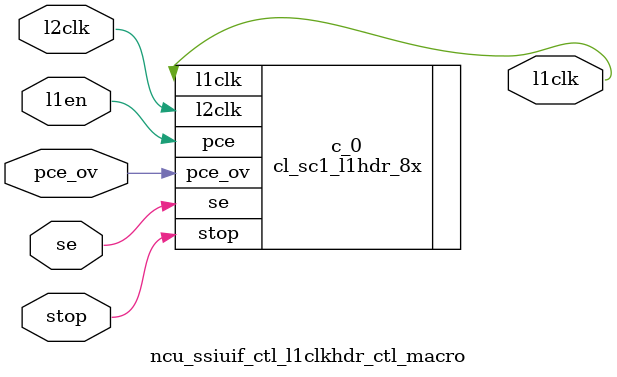
<source format=v>
`define RF_RDEN_OFFSTATE            1'b1

`define NCU_INTMANRF_DEPTH         128
`define NCU_INTMANRF_DATAWIDTH      16
`define NCU_INTMANRF_ADDRWIDTH       7
//====================================

//====================================
`define NCU_MONDORF_DEPTH           64
`define NCU_MONDORF_DATAWIDTH       72
`define NCU_MONDORF_ADDRWIDTH        6
//====================================

//====================================
`define NCU_CPUBUFRF_DEPTH          32
`define NCU_CPUBUFRF_DATAWIDTH     144
`define NCU_CPUBUFRF_ADDRWIDTH       5
//====================================

//====================================
`define NCU_IOBUFRF_DEPTH          32
`define NCU_IOBUFRF_DATAWIDTH     144
`define NCU_IOBUFRF_ADDRWIDTH       5
//====================================

//====================================
`define NCU_IOBUF1RF_DEPTH          32
`define NCU_IOBUF1RF_DATAWIDTH      32
`define NCU_IOBUF1RF_ADDRWIDTH       5
//====================================

//====================================
`define NCU_INTBUFRF_DEPTH          32
`define NCU_INTBUFRF_DATAWIDTH     144
`define NCU_INTBUFRF_ADDRWIDTH       5
//====================================

//== fix me : need to remove when warm //
//== becomes available //
`define WMR_LENGTH		10'd999
`define WMR_LENGTH_P1		10'd1000

//// NCU CSR_MAN address   80_0000_xxxx ////
`define NCU_CSR_MAN			16'h0000
`define NCU_CREG_INTMAN			16'h0000
//`define NCU_CREG_INTVECDISP		16'h0800
`define NCU_CREG_MONDOINVEC		16'h0a00
`define NCU_CREG_SERNUM			16'h1000
`define NCU_CREG_FUSESTAT		16'h1008
`define NCU_CREG_COREAVAIL		16'h1010
`define NCU_CREG_BANKAVAIL		16'h1018
`define NCU_CREG_BANK_ENABLE		16'h1020
`define NCU_CREG_BANK_ENABLE_STATUS 	16'h1028
`define NCU_CREG_L2_HASH_ENABLE		16'h1030
`define NCU_CREG_L2_HASH_ENABLE_STATUS	16'h1038


`define NCU_CREG_MEM32_BASE	16'h2000
`define NCU_CREG_MEM32_MASK	16'h2008
`define NCU_CREG_MEM64_BASE	16'h2010
`define NCU_CREG_MEM64_MASK	16'h2018
`define NCU_CREG_IOCON_BASE	16'h2020
`define NCU_CREG_IOCON_MASK	16'h2028
`define NCU_CREG_MMUFSH		16'h2030

`define NCU_CREG_ESR		16'h3000
`define NCU_CREG_ELE		16'h3008
`define NCU_CREG_EIE		16'h3010
`define NCU_CREG_EJR		16'h3018
`define NCU_CREG_FEE		16'h3020
`define NCU_CREG_PER		16'h3028
`define NCU_CREG_SIISYN		16'h3030
`define NCU_CREG_NCUSYN		16'h3038
`define NCU_CREG_SCKSEL         16'h3040
`define NCU_CREG_DBGTRIG_EN     16'h4000

//// NUC CSR_MONDO address 80_0004_xxxx ////
`define NCU_CSR_MONDO		16'h0004
`define NCU_CREG_MDATA0  	16'h0000 
`define NCU_CREG_MDATA1  	16'h0200 
`define NCU_CREG_MDATA0_ALIAS	16'h0400 
`define NCU_CREG_MDATA1_ALIAS	16'h0600 
`define NCU_CREG_MBUSY		16'h0800 
`define NCU_CREG_MBUSY_ALIAS	16'h0a00 



// ASI shared reg 90_xxxx_xxxx//
`define NCU_ASI_A_HIT			10'h104 // 6-bits cpuid and thread id are "x"
`define NCU_ASI_B_HIT			10'h1CC // 6-bits cpuid and thread id are "x"
`define NCU_ASI_C_HIT			10'h114	// 6-bits cpuid and thread id are "x"
`define NCU_ASI_COREAVAIL		16'h0000
`define NCU_ASI_CORE_ENABLE_STATUS	16'h0010
`define NCU_ASI_CORE_ENABLE		16'h0020
`define NCU_ASI_XIR_STEERING		16'h0030
`define NCU_ASI_CORE_RUNNINGRW		16'h0050
`define NCU_ASI_CORE_RUNNING_STATUS	16'h0058
`define NCU_ASI_CORE_RUNNING_W1S	16'h0060
`define NCU_ASI_CORE_RUNNING_W1C	16'h0068
`define NCU_ASI_INTVECDISP		16'h0000
`define NCU_ASI_ERR_STR                 16'h1000
`define NCU_ASI_WMR_VEC_MASK            16'h0018
`define NCU_ASI_CMP_TICK_ENABLE		16'h0038


//// UCB packet type ////
`define UCB_READ_NACK	4'b0000    // ack/nack types
`define UCB_READ_ACK	4'b0001
`define UCB_WRITE_ACK	4'b0010
`define UCB_IFILL_ACK	4'b0011
`define UCB_IFILL_NACK	4'b0111

`define UCB_READ_REQ	4'b0100    // req types
`define UCB_WRITE_REQ	4'b0101
`define UCB_IFILL_REQ	4'b0110

`define UCB_INT		4'b1000    // plain interrupt
`define UCB_INT_VEC	4'b1100    // interrupt with vector
`define UCB_INT_SOC_UE	4'b1001    // soc interrup ue
`define UCB_INT_SOC_CE  4'b1010    // soc interrup ce
`define UCB_RESET_VEC	4'b0101    // reset with vector
`define UCB_IDLE_VEC	4'b1110    // idle with vector
`define UCB_RESUME_VEC	4'b1111    // resume with vector

`define UCB_INT_SOC 	4'b1101    // soc interrup ce


//// PCX packet type ////
`define	PCX_LOAD_RQ	5'b00000
`define	PCX_IMISS_RQ	5'b10000
`define	PCX_STORE_RQ	5'b00001
`define PCX_FWD_RQs	5'b01101
`define PCX_FWD_RPYs	5'b01110

//// CPX packet type ////
//`define CPX_LOAD_RET	4'b0000
`define CPX_LOAD_RET	4'b1000
`define CPX_ST_ACK	4'b0100
//`define CPX_IFILL_RET	4'b0001
`define CPX_IFILL_RET	4'b1001
`define CPX_INT_RET	4'b0111
`define CPX_INT_SOC	4'b1101
//`define CPX_FWD_RQ_RET	4'b1010
//`define CPX_FWD_RPY_RET	4'b1011




//// Global CSR decode ////
`define NCU_CSR		8'h80
`define NIU_CSR		8'h81
//`define RNG_CSR		8'h82
`define DBG1_CSR               8'h86
`define CCU_CSR		8'h83
`define MCU_CSR		8'h84
`define TCU_CSR		8'h85
`define DMU_CSR		8'h88
`define RCU_CSR		8'h89
`define NCU_ASI		8'h90
			/////8'h91 ~ 9F reserved
			/////8'hA0 ~ BF L2 CSR////
`define DMU_PIO		4'hC   // C0 ~ CF
			/////8'hB0 ~ FE reserved
`define SSI_CSR		8'hFF


//// NCU_SSI ////
`define SSI_ADDR 	 	12'hFF_F
`define SSI_ADDR_TIMEOUT_REG	40'hFF_0001_0088
`define SSI_ADDR_LOG_REG	40'hFF_0000_0018

`define IF_IDLE 2'b00
`define IF_ACPT 2'b01
`define IF_DROP 2'b10

`define SSI_IDLE     3'b000
`define	SSI_REQ      3'b001
`define	SSI_WDATA    3'b011
`define	SSI_REQ_PAR  3'b101
`define	SSI_ACK      3'b111
`define	SSI_RDATA    3'b110
`define	SSI_ACK_PAR  3'b010









module ncu_ssiuif_ctl (
  iol2clk, 
  tcu_pce_ov, 
  tcu_clk_stop, 
  tcu_scan_en, 
  tcu_aclk, 
  tcu_bclk, 
  scan_in, 
  scan_out, 
  io_jbi_ext_int_l, 
  ucb_ucbif_rd_req_vld, 
  ucb_ucbif_ifill_req_vld, 
  ucb_ucbif_wr_req_vld, 
  ucb_ucbif_thr_id_in, 
  ucb_ucbif_buf_id_in, 
  ucb_ucbif_size_in, 
  ucb_ucbif_addr_in, 
  ucb_ucbif_data_in, 
  ucb_ucbif_ack_busy, 
  ucb_ucbif_int_busy, 
  ucbif_ucb_req_acpted, 
  ucbif_ucb_rd_ack_vld, 
  ucbif_ucb_rd_nack_vld, 
  ucbif_ucb_ifill_ack_vld, 
  ucbif_ucb_ifill_nack_vld, 
  ucbif_ucb_thr_id_out, 
  ucbif_ucb_buf_id_out, 
  ucbif_ucb_data_out, 
  ucbif_ucb_int_vld, 
  ucbif_ucb_int_type, 
  ucbif_ucb_dev_id, 
  sif_ucbif_busy, 
  ucbif_sif_vld, 
  ucbif_sif_rw, 
  ucbif_sif_size, 
  ucbif_sif_addr, 
  ucbif_sif_wdata, 
  sif_ucbif_rdata, 
  sif_ucbif_rdata_vld, 
  ucbif_sif_rdata_accpt, 
  ucbif_sif_timeout_accpt, 
  sif_ucbif_timeout, 
  sif_ucbif_timeout_rw, 
  sif_ucbif_par_err, 
  ucbif_sif_timeval) ;
wire timeout_reg_en;
wire [1:0] if_sm;
wire timeout_reg_addr_match;
wire [24:0] next_timeout_reg;
wire toreg_ld1_n;
wire [24:0] timeout_reg;
wire [23:0] timeout_timeval;
wire timeout_erren;
wire ssi_addr_match;
wire ifill_en;
wire next_ifill;
wire log_reg_addr_match;
wire [1:0] log_reg;
wire log_parity_reg;
wire log_tout_reg;
wire log_reg_en;
wire log_par_err;
wire log_timeout;
wire ack_vld;
wire ifill;
wire next_ucbif_sif_rdata_accpt;
wire next_ucbif_sif_timeout_accpt;
wire [5:0] next_ucbif_ucb_thr_id_out;
wire [1:0] next_ucbif_ucb_buf_id_out;
wire ucbif_ucb_thr_id_out_en;
wire ucbif_ucb_buf_id_out_en;
wire err_int_rst_l;
wire err_int_accpt;
wire next_err_int;
wire err_int;
wire ext_int_l_negedge_rst_l;
wire ext_int_accpt;
wire next_ext_int_l_negedge;
wire ext_int_l;
wire ext_int_l_d1;
wire ext_int_l_d2;
wire ext_int_l_d3;
wire ext_int_l_d4;
wire ext_int_l_d5;
wire ext_int_l_d6;
wire ext_int_l_d7;
wire ext_int_l_negedge;
wire u_dff_io_jbi_ext_int_l_pre_sync_scanin;
wire u_dff_io_jbi_ext_int_l_pre_sync_scanout;
wire io_jbi_ext_int_l_pre_sync;
wire l1clk;
wire u_dff_io_jbi_ext_int_l_sync_scanin;
wire u_dff_io_jbi_ext_int_l_sync_scanout;
wire io_jbi_ext_int_l_sync;
wire u_dff_timeout_reg_scanin;
wire u_dff_timeout_reg_scanout;
wire u_dff_log_parity_reg_scanin;
wire u_dff_log_parity_reg_scanout;
wire u_dff_log_tout_reg_scanin;
wire u_dff_log_tout_reg_scanout;
wire u_dff_ext_int_l_scanin;
wire u_dff_ext_int_l_scanout;
wire u_dff_ext_int_l_d1_scanin;
wire u_dff_ext_int_l_d1_scanout;
wire u_dff_ext_int_l_d2_scanin;
wire u_dff_ext_int_l_d2_scanout;
wire u_dff_ext_int_l_d3_scanin;
wire u_dff_ext_int_l_d3_scanout;
wire u_dff_ext_int_l_d4_scanin;
wire u_dff_ext_int_l_d4_scanout;
wire u_dff_ext_int_l_d5_scanin;
wire u_dff_ext_int_l_d5_scanout;
wire u_dff_ext_int_l_d6_scanin;
wire u_dff_ext_int_l_d6_scanout;
wire u_dff_ext_int_l_d7_scanin;
wire u_dff_ext_int_l_d7_scanout;
wire u_dffrl_if_sm_scanin;
wire u_dffrl_if_sm_scanout;
wire u_dffrl_ucbif_sif_rdata_accpt_scanin;
wire u_dffrl_ucbif_sif_rdata_accpt_scanout;
wire u_dffrl_ucbif_sif_timeout_accpt_scanin;
wire u_dffrl_ucbif_sif_timeout_accpt_scanout;
wire n_err_int;
wire u_dffrl_err_int_scanin;
wire u_dffrl_err_int_scanout;
wire n_ext_int_l_negedge;
wire u_dffrl_ext_int_l_negedge_scanin;
wire u_dffrl_ext_int_l_negedge_scanout;
wire toreg_ld0_ff_scanin;
wire toreg_ld0_ff_scanout;
wire toreg_ld0_;
wire toreg_ld1_ff_scanin;
wire toreg_ld1_ff_scanout;
wire u_dffrle_ifill_scanin;
wire u_dffrle_ifill_scanout;
wire u_dffrle_ucbif_ucb_thr_id_out_scanin;
wire u_dffrle_ucbif_ucb_thr_id_out_scanout;
wire u_dffrle_ucbif_ucb_buf_id_out_scanin;
wire u_dffrle_ucbif_ucb_buf_id_out_scanout;
wire siclk;
wire soclk;
wire se;
wire pce_ov;
wire stop;

////////////////////////////////////////////////////////////////////////
// Interface signal list declarations
////////////////////////////////////////////////////////////////////////
input iol2clk;
input	tcu_pce_ov;
input	tcu_clk_stop;
input	tcu_scan_en;
input	tcu_aclk;
input	tcu_bclk;
input	scan_in;
output	scan_out;

// pad
input io_jbi_ext_int_l;

// ucb interface
input 		ucb_ucbif_rd_req_vld;
input 		ucb_ucbif_ifill_req_vld;  // 4-byte read
input 		ucb_ucbif_wr_req_vld;
input [5:0] 	ucb_ucbif_thr_id_in;
input [1:0] 	ucb_ucbif_buf_id_in;
input [2:0] 	ucb_ucbif_size_in;
input [39:0] 	ucb_ucbif_addr_in;
input [63:0] 	ucb_ucbif_data_in;
input 		ucb_ucbif_ack_busy;
input 		ucb_ucbif_int_busy;
output		ucbif_ucb_req_acpted;
output 		ucbif_ucb_rd_ack_vld;
output 		ucbif_ucb_rd_nack_vld;
output 		ucbif_ucb_ifill_ack_vld;
output 		ucbif_ucb_ifill_nack_vld;
output [5:0]  	ucbif_ucb_thr_id_out;
output [1:0]  	ucbif_ucb_buf_id_out;
output [63:0] 	ucbif_ucb_data_out;
output 		ucbif_ucb_int_vld;
output [3:0] 	ucbif_ucb_int_type;
output [8:0] 	ucbif_ucb_dev_id;

//issue SSI command
input 		 sif_ucbif_busy;
output 		 ucbif_sif_vld;
output 		 ucbif_sif_rw;            //instr w/o data will have no dlen asserted
output [1:0] 	 ucbif_sif_size;
output [27:0]    ucbif_sif_addr;
output [63:0] 	 ucbif_sif_wdata;

//read return data
input [63:0] 	 sif_ucbif_rdata;
input 		 sif_ucbif_rdata_vld;
output 		 ucbif_sif_rdata_accpt;
output 		 ucbif_sif_timeout_accpt;

// SSI CSR 
input 		 sif_ucbif_timeout;
input 		 sif_ucbif_timeout_rw;
input 		 sif_ucbif_par_err;
output [23:0] 	 ucbif_sif_timeval;


//parameter SSI_ADDR = 12'hFF_F,
	  //SSI_ADDR_TIMEOUT_REG = 40'hFF_0001_0088,
	  //SSI_ADDR_LOG_REG     = 40'hFF_0000_0018;

//parameter IF_IDLE = 2'b00,
	  //IF_ACPT = 2'b01,
	  //IF_DROP = 2'b10;

////////////////////////////////////////////////////////////////////////
// Interface signal type declarations
////////////////////////////////////////////////////////////////////////
reg [63:0]  ucbif_ucb_data_out;
reg [8:0]   ucbif_ucb_dev_id;
reg [1:0]   ucbif_sif_size;

reg [1:0]  next_if_sm;
reg 	   next_log_parity_reg;
reg 	   next_log_tout_reg;










//-----------------------
// Timeout Register
//-----------------------

assign timeout_reg_en =   if_sm[1:0] == `IF_ACPT 
                     & timeout_reg_addr_match
		        & ucb_ucbif_wr_req_vld;

//assign	next_timeout_reg[24:0] = ~toreg_ld1_n ? 25'h080_0000 :
assign	next_timeout_reg[24:0] = ~toreg_ld1_n ? 25'h020_0000 :
				timeout_reg_en ? ucb_ucbif_data_in[24:0] : timeout_reg[24:0] ;

assign timeout_timeval[23:0] = timeout_reg[23:0];
assign timeout_erren   = timeout_reg[24];

assign ucbif_sif_timeval = timeout_timeval;

//*******************************************************************************
// Accept UBC Request
//*******************************************************************************

always @(/*AUTOSENSE*/if_sm or sif_ucbif_busy or ssi_addr_match
	 or ucb_ucbif_ack_busy or ucb_ucbif_ifill_req_vld
	 or ucb_ucbif_rd_req_vld or ucb_ucbif_size_in
	 or ucb_ucbif_wr_req_vld) begin
case (if_sm[1:0])
   `IF_IDLE: begin
	 if ((ucb_ucbif_rd_req_vld 
	      | ucb_ucbif_wr_req_vld
	      | ucb_ucbif_ifill_req_vld)
	     & ~sif_ucbif_busy) begin
	    if (  (~ucb_ucbif_ifill_req_vld
		   & ucb_ucbif_size_in == 3'b111)  //drop all 16-byte req and nack reads
		| (ucb_ucbif_ifill_req_vld
		   & ~ssi_addr_match))                 //drop ifill access to ssi csr
	       next_if_sm[1:0] = `IF_DROP ;
	    else
	       next_if_sm[1:0] = `IF_ACPT ;
	 end
	 else
	    next_if_sm[1:0] = `IF_IDLE ;
   end

   `IF_ACPT: begin
	 if (ssi_addr_match)
	    next_if_sm[1:0] = `IF_IDLE ;
	 else begin
	    // reg addr match
	    if  (ucb_ucbif_rd_req_vld
		 & ucb_ucbif_ack_busy)
	       next_if_sm[1:0] = `IF_ACPT ;    // wait until ~ack_busy to accept reg read
	    else
	       next_if_sm[1:0] = `IF_IDLE ;
	 end
   end

   `IF_DROP: begin
	 if (  (ucb_ucbif_rd_req_vld | ucb_ucbif_ifill_req_vld)
	     & ucb_ucbif_ack_busy)
	    next_if_sm[1:0] = `IF_DROP ;
	 else
	    next_if_sm[1:0] = `IF_IDLE ;
   end
	 
   default: begin
	 next_if_sm[1:0] = 2'b0 ;
   end
endcase
end


assign ucbif_ucb_req_acpted =   (if_sm[1:0] == `IF_ACPT
				 & ~(  ~ssi_addr_match     // reg read
				     & ucb_ucbif_rd_req_vld
				     & ucb_ucbif_ack_busy))
                           | (  if_sm[1:0] == `IF_DROP 
				 & next_if_sm[1:0] == `IF_IDLE);

assign ifill_en = next_if_sm[1:0] == `IF_ACPT ;
assign next_ifill = ucb_ucbif_ifill_req_vld;

//------------------
// Address Decode
//------------------
assign timeout_reg_addr_match = ucb_ucbif_addr_in[39:0]  == `SSI_ADDR_TIMEOUT_REG ;
assign log_reg_addr_match     = ucb_ucbif_addr_in[39:0]  == `SSI_ADDR_LOG_REG ;
assign ssi_addr_match         = ucb_ucbif_addr_in[39:28] == `SSI_ADDR ;

//-----------------------
// Log Register
//-----------------------

assign log_reg[1] = log_parity_reg;
assign log_reg[0]   = log_tout_reg;

assign log_reg_en = if_sm[1:0] == `IF_ACPT 
		    & log_reg_addr_match
		    & ucb_ucbif_wr_req_vld;

assign log_par_err = sif_ucbif_par_err 
                  & timeout_erren
	             & (~sif_ucbif_rdata_vld
	                | ucbif_sif_rdata_accpt);
assign log_timeout = sif_ucbif_timeout 
                  & ucbif_sif_timeout_accpt 
	             & timeout_erren;

always @ ( /*AUTOSENSE*/log_par_err or log_parity_reg or log_reg_en
	  or ucb_ucbif_data_in) begin
if (log_reg_en & ucb_ucbif_data_in[1])
   next_log_parity_reg = 1'b0;
else begin
   if (log_par_err)
	 next_log_parity_reg = 1'b1;
   else
	 next_log_parity_reg = log_parity_reg;
end
end

always @ ( /*AUTOSENSE*/log_reg_en or log_timeout or log_tout_reg
	  or ucb_ucbif_data_in) begin
if (log_reg_en & ucb_ucbif_data_in[0])
   next_log_tout_reg = 1'b0;
else begin
   if (log_timeout)
	 next_log_tout_reg = 1'b1;
   else
	 next_log_tout_reg = log_tout_reg;
end
end

//------------------------
// Launch SSI Transaction
//------------------------
assign ucbif_sif_vld   =   if_sm[1:0] == `IF_IDLE
			 & next_if_sm[1:0] == `IF_ACPT 
			 & ssi_addr_match;
assign ucbif_sif_rw    = ~ucb_ucbif_wr_req_vld;
assign ucbif_sif_addr  = ucb_ucbif_addr_in[27:0];
assign ucbif_sif_wdata = ucb_ucbif_data_in[63:0];

always @ ( /*AUTOSENSE*/ucb_ucbif_ifill_req_vld or ucb_ucbif_size_in) begin
if (ucb_ucbif_ifill_req_vld)
   ucbif_sif_size = 2'b10;
else
   ucbif_sif_size  = ucb_ucbif_size_in[1:0];
end

   
//*******************************************************************************
// Return Read Data
//*******************************************************************************
assign ack_vld =   (sif_ucbif_rdata_vld
		    & ~ucbif_sif_rdata_accpt
		    & ~ucb_ucbif_ack_busy) //SSI rd return
              | (if_sm[1:0] == `IF_ACPT 
		    & ~ssi_addr_match      // reg addr match
		    & ucb_ucbif_rd_req_vld
		    & ~ucb_ucbif_ack_busy);

assign ucbif_ucb_rd_ack_vld    = ack_vld & ~sif_ucbif_par_err & ~ifill;
assign ucbif_ucb_ifill_ack_vld = ack_vld & ~sif_ucbif_par_err &  ifill;

assign ucbif_ucb_rd_nack_vld    =   ( ~ifill 
                                  & (  (ack_vld & sif_ucbif_par_err)
					| (sif_ucbif_timeout 
				       	   & sif_ucbif_timeout_rw 
				       	   & ~ucb_ucbif_ack_busy)))
                               | (if_sm[1:0] == `IF_DROP
				     & ucb_ucbif_rd_req_vld
				     & ~ucb_ucbif_ack_busy);

assign ucbif_ucb_ifill_nack_vld =   (ifill 
                                  & (  (ack_vld & sif_ucbif_par_err)
					| (sif_ucbif_timeout 
					   & sif_ucbif_timeout_rw 
					   & ~ucb_ucbif_ack_busy)))
                               | (if_sm[1:0] == `IF_DROP
				     & ucb_ucbif_ifill_req_vld
				     & ~ucb_ucbif_ack_busy);

always @(/*AUTOSENSE*/if_sm or log_reg or sif_ucbif_rdata
	 or sif_ucbif_timeout or timeout_reg or ucb_ucbif_addr_in) begin
if (if_sm[1:0] == `IF_IDLE)
   ucbif_ucb_data_out[63:0] = sif_ucbif_rdata[63:0];
else if (sif_ucbif_timeout)
   ucbif_ucb_data_out[63:0] = 64'b0;
else begin
   case (ucb_ucbif_addr_in[39:0])
	 `SSI_ADDR_TIMEOUT_REG: ucbif_ucb_data_out[63:0] = { 39'b0, timeout_reg[24:0] };
	 `SSI_ADDR_LOG_REG:     ucbif_ucb_data_out[63:0] = { 62'b0, log_reg[1:0] };
	 default:              ucbif_ucb_data_out[63:0] =   64'b0;
   endcase
end
end

assign next_ucbif_sif_rdata_accpt = sif_ucbif_rdata_vld
				    & ~ucbif_sif_rdata_accpt
				    & ~ucb_ucbif_ack_busy;

assign next_ucbif_sif_timeout_accpt = sif_ucbif_timeout
                                   & ~ucbif_sif_timeout_accpt
                                   & (  ~sif_ucbif_timeout_rw
                                      | ~ucb_ucbif_ack_busy);

assign next_ucbif_ucb_thr_id_out[5:0] = ucb_ucbif_thr_id_in[5:0];
assign next_ucbif_ucb_buf_id_out[1:0] = ucb_ucbif_buf_id_in[1:0];
assign ucbif_ucb_thr_id_out_en = next_if_sm[1:0] != `IF_IDLE ;
assign ucbif_ucb_buf_id_out_en = next_if_sm[1:0] != `IF_IDLE ;

//*******************************************************************************
// Interrupt
//*******************************************************************************

// error interrupt
assign err_int_rst_l = ~err_int_accpt;
assign next_err_int  = err_int | log_par_err | log_timeout;

// external interrupt
assign ext_int_l_negedge_rst_l = ~ext_int_accpt;
assign next_ext_int_l_negedge  =   ~ext_int_l
                              & ~ext_int_l_d1
                              & ~ext_int_l_d2
                              & ~ext_int_l_d3
                              &  ext_int_l_d4
                              &  ext_int_l_d5
                              &  ext_int_l_d6
                              &  ext_int_l_d7;

// signal interrupt
// - for simplicity, always give error interrupts priority
assign err_int_accpt = ~ucb_ucbif_int_busy &  err_int;
assign ext_int_accpt = ~ucb_ucbif_int_busy & ~err_int & ext_int_l_negedge;

assign ucbif_ucb_int_vld = err_int_accpt | ext_int_accpt;

always @ ( /*AUTOSENSE*/err_int_accpt) begin
if (err_int_accpt)
   //original IOB in N1 only looks at the lower 2 bit of the dev_id
   //ucbif_ucb_dev_id   = 9'd17;
   ucbif_ucb_dev_id   = 9'd1;
else
   //ucbif_ucb_dev_id   = 9'd30;
   ucbif_ucb_dev_id   = 9'd2;
end
 
assign ucbif_ucb_int_type = 4'b1000;

//*******************************************************************************
//  Synchronization DFF
//*******************************************************************************
//----------------------
// Async -> JBUS
//----------------------

ncu_ssiuif_ctl_msff_ctl_macro__width_1 u_dff_io_jbi_ext_int_l_pre_sync 
				(
				.scan_in(u_dff_io_jbi_ext_int_l_pre_sync_scanin),
				.scan_out(u_dff_io_jbi_ext_int_l_pre_sync_scanout),
				.dout		(io_jbi_ext_int_l_pre_sync),
				.l1clk		(l1clk),
				.din		(io_jbi_ext_int_l),
  .siclk(siclk),
  .soclk(soclk)
				);

ncu_ssiuif_ctl_msff_ctl_macro__width_1 u_dff_io_jbi_ext_int_l_sync 
				(
				.scan_in(u_dff_io_jbi_ext_int_l_sync_scanin),
				.scan_out(u_dff_io_jbi_ext_int_l_sync_scanout),
				.dout		(io_jbi_ext_int_l_sync),
				.l1clk		(l1clk),
				.din		(io_jbi_ext_int_l_pre_sync),
  .siclk(siclk),
  .soclk(soclk)
				);

//*******************************************************************************
// DFF Instantiations
//*******************************************************************************
ncu_ssiuif_ctl_msff_ctl_macro__width_25 u_dff_timeout_reg 
				(
				.scan_in(u_dff_timeout_reg_scanin),
				.scan_out(u_dff_timeout_reg_scanout),
				.dout		(timeout_reg[24:0]),
				.l1clk		(l1clk),
				.din		(next_timeout_reg[24:0]),
  .siclk(siclk),
  .soclk(soclk)
				);

ncu_ssiuif_ctl_msff_ctl_macro__width_1 u_dff_log_parity_reg 
				(
				.scan_in(u_dff_log_parity_reg_scanin),
				.scan_out(u_dff_log_parity_reg_scanout),
				.dout		(log_parity_reg),
				.l1clk		(l1clk),
				.din		(next_log_parity_reg),
  .siclk(siclk),
  .soclk(soclk)
				);

ncu_ssiuif_ctl_msff_ctl_macro__width_1 u_dff_log_tout_reg 
				(
				.scan_in(u_dff_log_tout_reg_scanin),
				.scan_out(u_dff_log_tout_reg_scanout),
				.dout		(log_tout_reg),
				.l1clk		(l1clk),
				.din		(next_log_tout_reg),
  .siclk(siclk),
  .soclk(soclk)
				);

ncu_ssiuif_ctl_msff_ctl_macro__width_1 u_dff_ext_int_l 
				(
				.scan_in(u_dff_ext_int_l_scanin),
				.scan_out(u_dff_ext_int_l_scanout),
				.dout		(ext_int_l),
				.l1clk		(l1clk),
				.din		(io_jbi_ext_int_l_sync),
  .siclk(siclk),
  .soclk(soclk)
				);

ncu_ssiuif_ctl_msff_ctl_macro__width_1 u_dff_ext_int_l_d1 
				(
				.scan_in(u_dff_ext_int_l_d1_scanin),
				.scan_out(u_dff_ext_int_l_d1_scanout),
				.dout		(ext_int_l_d1),
				.l1clk		(l1clk),
				.din		(ext_int_l),
  .siclk(siclk),
  .soclk(soclk)
				);

ncu_ssiuif_ctl_msff_ctl_macro__width_1 u_dff_ext_int_l_d2 
				(
				.scan_in(u_dff_ext_int_l_d2_scanin),
				.scan_out(u_dff_ext_int_l_d2_scanout),
				.dout		(ext_int_l_d2),
				.l1clk		(l1clk),
				.din		(ext_int_l_d1),
  .siclk(siclk),
  .soclk(soclk)
				);

ncu_ssiuif_ctl_msff_ctl_macro__width_1 u_dff_ext_int_l_d3 
				(
				.scan_in(u_dff_ext_int_l_d3_scanin),
				.scan_out(u_dff_ext_int_l_d3_scanout),
				.dout		(ext_int_l_d3),
				.l1clk		(l1clk),
				.din		(ext_int_l_d2),
  .siclk(siclk),
  .soclk(soclk)
				);

ncu_ssiuif_ctl_msff_ctl_macro__width_1 u_dff_ext_int_l_d4 
				(
				.scan_in(u_dff_ext_int_l_d4_scanin),
				.scan_out(u_dff_ext_int_l_d4_scanout),
				.dout		(ext_int_l_d4),
				.l1clk		(l1clk),
				.din		(ext_int_l_d3),
  .siclk(siclk),
  .soclk(soclk)
				);

ncu_ssiuif_ctl_msff_ctl_macro__width_1 u_dff_ext_int_l_d5 
				(
				.scan_in(u_dff_ext_int_l_d5_scanin),
				.scan_out(u_dff_ext_int_l_d5_scanout),
				.dout		(ext_int_l_d5),
				.l1clk		(l1clk),
				.din		(ext_int_l_d4),
  .siclk(siclk),
  .soclk(soclk)
				);

ncu_ssiuif_ctl_msff_ctl_macro__width_1 u_dff_ext_int_l_d6 
				(
				.scan_in(u_dff_ext_int_l_d6_scanin),
				.scan_out(u_dff_ext_int_l_d6_scanout),
				.dout		(ext_int_l_d6),
				.l1clk		(l1clk),
				.din		(ext_int_l_d5),
  .siclk(siclk),
  .soclk(soclk)
				);

ncu_ssiuif_ctl_msff_ctl_macro__width_1 u_dff_ext_int_l_d7 
				(
				.scan_in(u_dff_ext_int_l_d7_scanin),
				.scan_out(u_dff_ext_int_l_d7_scanout),
				.dout		(ext_int_l_d7),
				.l1clk		(l1clk),
				.din		(ext_int_l_d6),
  .siclk(siclk),
  .soclk(soclk)
				);


//*******************************************************************************
// DFFR Instantiations
//*******************************************************************************

ncu_ssiuif_ctl_msff_ctl_macro__width_2 u_dffrl_if_sm 
				(
				.scan_in(u_dffrl_if_sm_scanin),
				.scan_out(u_dffrl_if_sm_scanout),
				.dout		(if_sm[1:0]),
				.l1clk		(l1clk),
				.din		(next_if_sm[1:0]),
  .siclk(siclk),
  .soclk(soclk)
				);

ncu_ssiuif_ctl_msff_ctl_macro__width_1 u_dffrl_ucbif_sif_rdata_accpt 
				(
				.scan_in(u_dffrl_ucbif_sif_rdata_accpt_scanin),
				.scan_out(u_dffrl_ucbif_sif_rdata_accpt_scanout),
				.dout		(ucbif_sif_rdata_accpt),
				.l1clk		(l1clk),
				.din		(next_ucbif_sif_rdata_accpt),
  .siclk(siclk),
  .soclk(soclk)
				);

ncu_ssiuif_ctl_msff_ctl_macro__width_1 u_dffrl_ucbif_sif_timeout_accpt 
				(
				.scan_in(u_dffrl_ucbif_sif_timeout_accpt_scanin),
				.scan_out(u_dffrl_ucbif_sif_timeout_accpt_scanout),
				.dout		(ucbif_sif_timeout_accpt),
				.l1clk		(l1clk),
				.din		(next_ucbif_sif_timeout_accpt),
  .siclk(siclk),
  .soclk(soclk)
				);

assign	n_err_int = err_int_rst_l ? next_err_int : 1'b0 ;
ncu_ssiuif_ctl_msff_ctl_macro__width_1 u_dffrl_err_int 
				(
				.scan_in(u_dffrl_err_int_scanin),
				.scan_out(u_dffrl_err_int_scanout),
				.dout		(err_int),
				.l1clk		(l1clk),
				.din		(n_err_int),
  .siclk(siclk),
  .soclk(soclk)
				);

assign	n_ext_int_l_negedge = ext_int_l_negedge_rst_l ? next_ext_int_l_negedge : 1'b0 ;
ncu_ssiuif_ctl_msff_ctl_macro__width_1 u_dffrl_ext_int_l_negedge 
				(
				.scan_in(u_dffrl_ext_int_l_negedge_scanin),
				.scan_out(u_dffrl_ext_int_l_negedge_scanout),
				.dout		(ext_int_l_negedge),
				.l1clk		(l1clk),
				.din		(n_ext_int_l_negedge),
  .siclk(siclk),
  .soclk(soclk)
				);

 
ncu_ssiuif_ctl_msff_ctl_macro__width_1 toreg_ld0_ff 
				(
				.scan_in(toreg_ld0_ff_scanin),
				.scan_out(toreg_ld0_ff_scanout),
				.dout		(toreg_ld0_),
				.l1clk		(l1clk),
				.din		(1'b1),
  .siclk(siclk),
  .soclk(soclk)
				);


ncu_ssiuif_ctl_msff_ctl_macro__width_1 toreg_ld1_ff 
				(
				.scan_in(toreg_ld1_ff_scanin),
				.scan_out(toreg_ld1_ff_scanout),
				.dout		(toreg_ld1_n),
				.l1clk		(l1clk),
				.din		(toreg_ld0_),
  .siclk(siclk),
  .soclk(soclk)
				);
 
//*******************************************************************************
// DFFRE Instantiations
//*******************************************************************************

ncu_ssiuif_ctl_msff_ctl_macro__en_1__width_1 u_dffrle_ifill  
				(
				.scan_in(u_dffrle_ifill_scanin),
				.scan_out(u_dffrle_ifill_scanout),
				.dout		(ifill),
				.l1clk		(l1clk),
				.en		(ifill_en),
				.din		(next_ifill),
  .siclk(siclk),
  .soclk(soclk)
				);

ncu_ssiuif_ctl_msff_ctl_macro__en_1__width_6 u_dffrle_ucbif_ucb_thr_id_out  
				(
				.scan_in(u_dffrle_ucbif_ucb_thr_id_out_scanin),
				.scan_out(u_dffrle_ucbif_ucb_thr_id_out_scanout),
				.dout		(ucbif_ucb_thr_id_out[5:0]),
				.l1clk		(l1clk),
				.en		(ucbif_ucb_thr_id_out_en),
				.din		(next_ucbif_ucb_thr_id_out[5:0]),
  .siclk(siclk),
  .soclk(soclk)
				);

ncu_ssiuif_ctl_msff_ctl_macro__en_1__width_2 u_dffrle_ucbif_ucb_buf_id_out  
				(
				.scan_in(u_dffrle_ucbif_ucb_buf_id_out_scanin),
				.scan_out(u_dffrle_ucbif_ucb_buf_id_out_scanout),
				.dout		(ucbif_ucb_buf_id_out[1:0]),
				.l1clk		(l1clk),
				.en		(ucbif_ucb_buf_id_out_en),
				.din		(next_ucbif_ucb_buf_id_out[1:0]),
  .siclk(siclk),
  .soclk(soclk)
				);


//*******************************************************************************
// Rule Checks
//*******************************************************************************

//synopsys translate_off

//always @ ( /*AUTOSENSE*/if_sm or sif_ucbif_rdata_vld) begin
//@iol2clk;
//if (if_sm == IF_ACPT & sif_ucbif_rdata_vld)
   //$dispmon ("jbi_ssi_ucbif", 49, "%d %m: ERROR - unexpected read return in IF_ACPT state", $time);
//end

//synopsys translate_on


/**** adding clock header ****/
ncu_ssiuif_ctl_l1clkhdr_ctl_macro clkgen (
				.l2clk	(iol2clk),
				.l1en	(1'b1),
				.l1clk	(l1clk),
  .pce_ov(pce_ov),
  .stop(stop),
  .se(se)
				);

/*** building tcu port ***/
assign	siclk = tcu_aclk;
assign	soclk = tcu_bclk;
assign	   se = tcu_scan_en;
assign	pce_ov = tcu_pce_ov;
assign	stop = tcu_clk_stop;

// fixscan start:
assign u_dff_io_jbi_ext_int_l_pre_sync_scanin = scan_in                  ;
assign u_dff_io_jbi_ext_int_l_sync_scanin = u_dff_io_jbi_ext_int_l_pre_sync_scanout;
assign u_dff_timeout_reg_scanin  = u_dff_io_jbi_ext_int_l_sync_scanout;
assign u_dff_log_parity_reg_scanin = u_dff_timeout_reg_scanout;
assign u_dff_log_tout_reg_scanin = u_dff_log_parity_reg_scanout;
assign u_dff_ext_int_l_scanin    = u_dff_log_tout_reg_scanout;
assign u_dff_ext_int_l_d1_scanin = u_dff_ext_int_l_scanout  ;
assign u_dff_ext_int_l_d2_scanin = u_dff_ext_int_l_d1_scanout;
assign u_dff_ext_int_l_d3_scanin = u_dff_ext_int_l_d2_scanout;
assign u_dff_ext_int_l_d4_scanin = u_dff_ext_int_l_d3_scanout;
assign u_dff_ext_int_l_d5_scanin = u_dff_ext_int_l_d4_scanout;
assign u_dff_ext_int_l_d6_scanin = u_dff_ext_int_l_d5_scanout;
assign u_dff_ext_int_l_d7_scanin = u_dff_ext_int_l_d6_scanout;
assign u_dffrl_if_sm_scanin      = u_dff_ext_int_l_d7_scanout;
assign u_dffrl_ucbif_sif_rdata_accpt_scanin = u_dffrl_if_sm_scanout    ;
assign u_dffrl_ucbif_sif_timeout_accpt_scanin = u_dffrl_ucbif_sif_rdata_accpt_scanout;
assign u_dffrl_err_int_scanin    = u_dffrl_ucbif_sif_timeout_accpt_scanout;
assign u_dffrl_ext_int_l_negedge_scanin = u_dffrl_err_int_scanout  ;
assign toreg_ld0_ff_scanin       = u_dffrl_ext_int_l_negedge_scanout;
assign toreg_ld1_ff_scanin       = toreg_ld0_ff_scanout     ;
assign u_dffrle_ifill_scanin     = toreg_ld1_ff_scanout     ;
assign u_dffrle_ucbif_ucb_thr_id_out_scanin = u_dffrle_ifill_scanout   ;
assign u_dffrle_ucbif_ucb_buf_id_out_scanin = u_dffrle_ucbif_ucb_thr_id_out_scanout;
assign scan_out                  = u_dffrle_ucbif_ucb_buf_id_out_scanout;
// fixscan end:
endmodule

// Local Variables:
// verilog-library-directories:("." "../../common/rtl")
// verilog-auto-sense-defines-constant:t
// End:








// any PARAMS parms go into naming of macro

module ncu_ssiuif_ctl_msff_ctl_macro__width_1 (
  din, 
  l1clk, 
  scan_in, 
  siclk, 
  soclk, 
  dout, 
  scan_out);
wire [0:0] fdin;

  input [0:0] din;
  input l1clk;
  input scan_in;


  input siclk;
  input soclk;

  output [0:0] dout;
  output scan_out;
assign fdin[0:0] = din[0:0];






dff /*#(1)*/  d0_0 (
.l1clk(l1clk),
.siclk(siclk),
.soclk(soclk),
.d(fdin[0:0]),
.si(scan_in),
.so(scan_out),
.q(dout[0:0])
);












endmodule













// any PARAMS parms go into naming of macro

module ncu_ssiuif_ctl_msff_ctl_macro__width_25 (
  din, 
  l1clk, 
  scan_in, 
  siclk, 
  soclk, 
  dout, 
  scan_out);
wire [24:0] fdin;
wire [23:0] so;

  input [24:0] din;
  input l1clk;
  input scan_in;


  input siclk;
  input soclk;

  output [24:0] dout;
  output scan_out;
assign fdin[24:0] = din[24:0];






dff /*#(25)*/  d0_0 (
.l1clk(l1clk),
.siclk(siclk),
.soclk(soclk),
.d(fdin[24:0]),
.si({scan_in,so[23:0]}),
.so({so[23:0],scan_out}),
.q(dout[24:0])
);












endmodule













// any PARAMS parms go into naming of macro

module ncu_ssiuif_ctl_msff_ctl_macro__width_2 (
  din, 
  l1clk, 
  scan_in, 
  siclk, 
  soclk, 
  dout, 
  scan_out);
wire [1:0] fdin;
wire [0:0] so;

  input [1:0] din;
  input l1clk;
  input scan_in;


  input siclk;
  input soclk;

  output [1:0] dout;
  output scan_out;
assign fdin[1:0] = din[1:0];






dff /*#(2)*/  d0_0 (
.l1clk(l1clk),
.siclk(siclk),
.soclk(soclk),
.d(fdin[1:0]),
.si({scan_in,so[0:0]}),
.so({so[0:0],scan_out}),
.q(dout[1:0])
);












endmodule













// any PARAMS parms go into naming of macro

module ncu_ssiuif_ctl_msff_ctl_macro__en_1__width_1 (
  din, 
  en, 
  l1clk, 
  scan_in, 
  siclk, 
  soclk, 
  dout, 
  scan_out);
wire [0:0] fdin;

  input [0:0] din;
  input en;
  input l1clk;
  input scan_in;


  input siclk;
  input soclk;

  output [0:0] dout;
  output scan_out;
assign fdin[0:0] = (din[0:0] & {1{en}}) | (dout[0:0] & ~{1{en}});






dff /*#(1)*/  d0_0 (
.l1clk(l1clk),
.siclk(siclk),
.soclk(soclk),
.d(fdin[0:0]),
.si(scan_in),
.so(scan_out),
.q(dout[0:0])
);












endmodule













// any PARAMS parms go into naming of macro

module ncu_ssiuif_ctl_msff_ctl_macro__en_1__width_6 (
  din, 
  en, 
  l1clk, 
  scan_in, 
  siclk, 
  soclk, 
  dout, 
  scan_out);
wire [5:0] fdin;
wire [4:0] so;

  input [5:0] din;
  input en;
  input l1clk;
  input scan_in;


  input siclk;
  input soclk;

  output [5:0] dout;
  output scan_out;
assign fdin[5:0] = (din[5:0] & {6{en}}) | (dout[5:0] & ~{6{en}});






dff /*#(6)*/  d0_0 (
.l1clk(l1clk),
.siclk(siclk),
.soclk(soclk),
.d(fdin[5:0]),
.si({scan_in,so[4:0]}),
.so({so[4:0],scan_out}),
.q(dout[5:0])
);












endmodule













// any PARAMS parms go into naming of macro

module ncu_ssiuif_ctl_msff_ctl_macro__en_1__width_2 (
  din, 
  en, 
  l1clk, 
  scan_in, 
  siclk, 
  soclk, 
  dout, 
  scan_out);
wire [1:0] fdin;
wire [0:0] so;

  input [1:0] din;
  input en;
  input l1clk;
  input scan_in;


  input siclk;
  input soclk;

  output [1:0] dout;
  output scan_out;
assign fdin[1:0] = (din[1:0] & {2{en}}) | (dout[1:0] & ~{2{en}});






dff /*#(2)*/  d0_0 (
.l1clk(l1clk),
.siclk(siclk),
.soclk(soclk),
.d(fdin[1:0]),
.si({scan_in,so[0:0]}),
.so({so[0:0],scan_out}),
.q(dout[1:0])
);












endmodule













// any PARAMS parms go into naming of macro

module ncu_ssiuif_ctl_l1clkhdr_ctl_macro (
  l2clk, 
  l1en, 
  pce_ov, 
  stop, 
  se, 
  l1clk);


  input l2clk;
  input l1en;
  input pce_ov;
  input stop;
  input se;
  output l1clk;



 

cl_sc1_l1hdr_8x c_0 (


   .l2clk(l2clk),
   .pce(l1en),
   .l1clk(l1clk),
  .se(se),
  .pce_ov(pce_ov),
  .stop(stop)
);



endmodule









</source>
